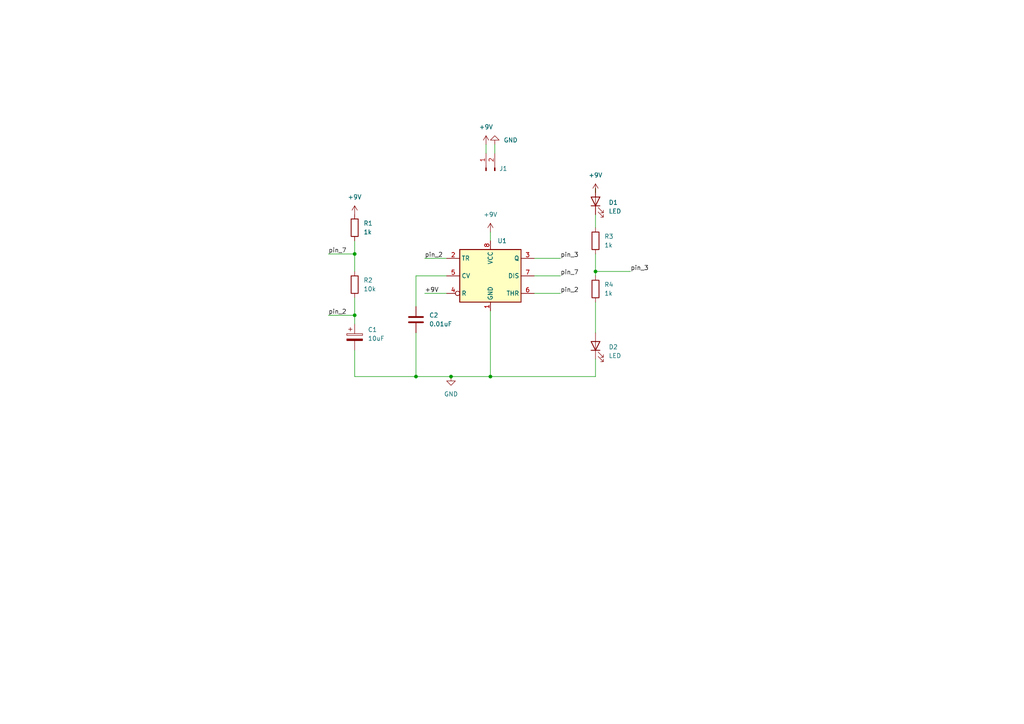
<source format=kicad_sch>
(kicad_sch (version 20211123) (generator eeschema)
  (paper "A4")
  (lib_symbols
    (symbol "Connector:Conn_01x02_Male" (pin_names (offset 1.016) hide)
      (property "Reference" "J" (at 0 2.54 0))
      (property "Value" "Conn_01x02_Male" (at 0 -5.08 0))
      (symbol "Conn_01x02_Male_1_1"
        (polyline (pts (xy 1.27 -2.54) (xy 0.8636 -2.54)) (stroke (width 0.1524)))
        (polyline (pts (xy 1.27 0) (xy 0.8636 0)) (stroke (width 0.1524)))
        (rectangle (start 0.8636 -2.413) (end 0 -2.667) (stroke (width 0.1524)) (fill (type outline)))
        (rectangle (start 0.8636 0.127) (end 0 -0.127) (stroke (width 0.1524)) (fill (type outline)))
        (pin passive line (at 5.08 0 180) (length 3.81) (name "Pin_1") (number "1"))
        (pin passive line (at 5.08 -2.54 180) (length 3.81) (name "Pin_2") (number "2"))
      )
    )
    (symbol "Device:C" (pin_numbers hide) (pin_names (offset 0.254))
      (property "Reference" "C" (at 0.635 2.54 0))
      (property "Value" "C" (at 0.635 -2.54 0))
      (symbol "C_0_1"
        (polyline (pts (xy -2.032 -0.762) (xy 2.032 -0.762)) (stroke (width 0.508)))
        (polyline (pts (xy -2.032 0.762) (xy 2.032 0.762)) (stroke (width 0.508)))
      )
      (symbol "C_1_1"
        (pin passive line (at 0 3.81 270) (length 2.794) (name "~") (number "1"))
        (pin passive line (at 0 -3.81 90) (length 2.794) (name "~") (number "2"))
      )
    )
    (symbol "Device:C_Polarized" (pin_numbers hide) (pin_names (offset 0.254))
      (property "Reference" "C" (at 0.635 2.54 0))
      (property "Value" "C_Polarized" (at 0.635 -2.54 0))
      (symbol "C_Polarized_0_1"
        (rectangle (start -2.286 0.508) (end 2.286 1.016))
        (polyline (pts (xy -1.778 2.286) (xy -0.762 2.286)))
        (polyline (pts (xy -1.27 2.794) (xy -1.27 1.778)))
        (rectangle (start 2.286 -0.508) (end -2.286 -1.016) (fill (type outline)))
      )
      (symbol "C_Polarized_1_1"
        (pin passive line (at 0 3.81 270) (length 2.794) (name "~") (number "1"))
        (pin passive line (at 0 -3.81 90) (length 2.794) (name "~") (number "2"))
      )
    )
    (symbol "Device:LED" (pin_numbers hide) (pin_names (offset 1.016) hide)
      (property "Reference" "D" (at 0 2.54 0))
      (property "Value" "LED" (at 0 -2.54 0))
      (symbol "LED_0_1"
        (polyline (pts (xy -1.27 -1.27) (xy -1.27 1.27)) (stroke (width 0.254)))
        (polyline (pts (xy -1.27 0) (xy 1.27 0)))
        (polyline (pts (xy 1.27 -1.27) (xy 1.27 1.27) (xy -1.27 0) (xy 1.27 -1.27)) (stroke (width 0.254)))
        (polyline (pts (xy -3.048 -0.762) (xy -4.572 -2.286) (xy -3.81 -2.286) (xy -4.572 -2.286) (xy -4.572 -1.524)))
        (polyline (pts (xy -1.778 -0.762) (xy -3.302 -2.286) (xy -2.54 -2.286) (xy -3.302 -2.286) (xy -3.302 -1.524)))
      )
      (symbol "LED_1_1"
        (pin passive line (at -3.81 0 0) (length 2.54) (name "K") (number "1"))
        (pin passive line (at 3.81 0 180) (length 2.54) (name "A") (number "2"))
      )
    )
    (symbol "Device:R" (pin_numbers hide) (pin_names (offset 0))
      (property "Reference" "R" (at 2.032 0 90))
      (property "Value" "R" (at 0 0 90))
      (symbol "R_0_1"
        (rectangle (start -1.016 -2.54) (end 1.016 2.54) (stroke (width 0.254)))
      )
      (symbol "R_1_1"
        (pin passive line (at 0 3.81 270) (length 1.27) (name "~") (number "1"))
        (pin passive line (at 0 -3.81 90) (length 1.27) (name "~") (number "2"))
      )
    )
    (symbol "Timer:NE555D"
      (property "Reference" "U" (at -10.16 8.89 0))
      (property "Value" "NE555D" (at 2.54 8.89 0))
      (symbol "NE555D_0_0"
        (pin power_in line (at 0 -10.16 90) (length 2.54) (name "GND") (number "1"))
        (pin power_in line (at 0 10.16 270) (length 2.54) (name "VCC") (number "8"))
      )
      (symbol "NE555D_0_1"
        (rectangle (start -8.89 -7.62) (end 8.89 7.62) (stroke (width 0.254)) (fill (type background)))
        (rectangle (start -8.89 -7.62) (end 8.89 7.62) (stroke (width 0.254)) (fill (type background)))
      )
      (symbol "NE555D_1_1"
        (pin input line (at -12.7 5.08 0) (length 3.81) (name "TR") (number "2"))
        (pin output line (at 12.7 5.08 180) (length 3.81) (name "Q") (number "3"))
        (pin input inverted (at -12.7 -5.08 0) (length 3.81) (name "R") (number "4"))
        (pin input line (at -12.7 0 0) (length 3.81) (name "CV") (number "5"))
        (pin input line (at 12.7 -5.08 180) (length 3.81) (name "THR") (number "6"))
        (pin input line (at 12.7 0 180) (length 3.81) (name "DIS") (number "7"))
      )
    )
    (symbol "power:+9V" (power) (pin_names (offset 0))
      (property "Value" "+9V" (at 0 3.556 0))
      (symbol "+9V_0_1"
        (polyline (pts (xy -0.762 1.27) (xy 0 2.54)))
        (polyline (pts (xy 0 0) (xy 0 2.54)))
        (polyline (pts (xy 0 2.54) (xy 0.762 1.27)))
      )
      (symbol "+9V_1_1"
        (pin power_in line (at 0 0 90) (length 0) hide (name "+9V") (number "1"))
      )
    )
    (symbol "power:GND" (power) (pin_names (offset 0))
      (property "Value" "GND" (at 0 -3.81 0))
      (symbol "GND_0_1"
        (polyline (pts (xy 0 0) (xy 0 -1.27) (xy 1.27 -1.27) (xy 0 -2.54) (xy -1.27 -1.27) (xy 0 -1.27)))
      )
      (symbol "GND_1_1"
        (pin power_in line (at 0 0 270) (length 0) hide (name "GND") (number "1"))
      )
    )
  )
  (junction (at 102.87 91.44))
  (junction (at 130.81 109.22))
  (junction (at 172.72 78.74))
  (junction (at 142.24 109.22))
  (junction (at 120.65 109.22))
  (junction (at 102.87 73.66))
  (wire (pts (xy 120.65 80.01) (xy 120.65 88.9)))
  (wire (pts (xy 142.24 90.17) (xy 142.24 109.22)))
  (wire (pts (xy 154.94 74.93) (xy 162.56 74.93)))
  (wire (pts (xy 120.65 109.22) (xy 130.81 109.22)))
  (wire (pts (xy 95.25 73.66) (xy 102.87 73.66)))
  (wire (pts (xy 102.87 109.22) (xy 120.65 109.22)))
  (wire (pts (xy 172.72 78.74) (xy 182.88 78.74)))
  (wire (pts (xy 102.87 91.44) (xy 102.87 93.98)))
  (wire (pts (xy 130.81 109.22) (xy 142.24 109.22)))
  (wire (pts (xy 123.19 74.93) (xy 129.54 74.93)))
  (wire (pts (xy 143.51 41.91) (xy 143.51 44.45)))
  (wire (pts (xy 172.72 54.61) (xy 172.72 55.88)))
  (wire (pts (xy 95.25 91.44) (xy 102.87 91.44)))
  (wire (pts (xy 142.24 109.22) (xy 172.72 109.22)))
  (wire (pts (xy 102.87 86.36) (xy 102.87 91.44)))
  (wire (pts (xy 154.94 85.09) (xy 162.56 85.09)))
  (wire (pts (xy 129.54 80.01) (xy 120.65 80.01)))
  (wire (pts (xy 120.65 96.52) (xy 120.65 109.22)))
  (wire (pts (xy 172.72 73.66) (xy 172.72 78.74)))
  (wire (pts (xy 102.87 101.6) (xy 102.87 109.22)))
  (wire (pts (xy 102.87 69.85) (xy 102.87 73.66)))
  (wire (pts (xy 172.72 62.23) (xy 172.72 66.04)))
  (wire (pts (xy 172.72 109.22) (xy 172.72 104.14)))
  (wire (pts (xy 142.24 67.31) (xy 142.24 69.85)))
  (wire (pts (xy 123.19 85.09) (xy 129.54 85.09)))
  (wire (pts (xy 140.97 41.91) (xy 140.97 44.45)))
  (wire (pts (xy 154.94 80.01) (xy 162.56 80.01)))
  (wire (pts (xy 102.87 73.66) (xy 102.87 78.74)))
  (wire (pts (xy 172.72 78.74) (xy 172.72 80.01)))
  (wire (pts (xy 172.72 87.63) (xy 172.72 96.52)))
  (label "pin_3" (at 162.56 74.93 0))
  (label "+9V" (at 123.19 85.09 0))
  (label "pin_2" (at 95.25 91.44 0))
  (label "pin_7" (at 162.56 80.01 0))
  (label "pin_7" (at 95.25 73.66 0))
  (label "pin_2" (at 162.56 85.09 0))
  (label "pin_3" (at 182.88 78.74 0))
  (label "pin_2" (at 123.19 74.93 0))
  (symbol (lib_id "power:+9V") (at 142.24 67.31 0) (unit 1)
    (property "Reference" "#PWR05" (effects hide))
    (property "Value" "+9V" (at 142.24 62.23 0))
  )
  (symbol (lib_id "Device:C") (at 120.65 92.71 0) (unit 1)
    (property "Reference" "C2" (at 124.46 91.4399 0) (effects (justify left)))
    (property "Value" "0.01uF" (at 124.46 93.9799 0) (effects (justify left)))
    (property "Footprint" "C_0805_2012Metric_Pad1.18x1.45mm_HandSolder" (effects hide))
  )
  (symbol (lib_id "power:+9V") (at 102.87 62.23 0) (unit 1)
    (property "Reference" "#PWR04" (effects hide))
    (property "Value" "+9V" (at 102.87 57.15 0))
  )
  (symbol (lib_id "Timer:NE555D") (at 142.24 80.01 0) (unit 1)
    (property "Reference" "U1" (at 144.2594 69.85 0) (effects (justify left)))
    (property "Value" "NE555D" (effects hide))
    (property "Footprint" "SOIC-8-1EP_3.9x4.9mm_P1.27mm_EP2.29x3mm" (effects hide))
    (property "Datasheet" "http://www.ti.com/lit/ds/symlink/ne555.pdf" (effects hide))
  )
  (symbol (lib_id "Device:R") (at 102.87 82.55 0) (unit 1)
    (property "Reference" "R2" (at 105.41 81.2799 0) (effects (justify left)))
    (property "Value" "10k" (at 105.41 83.8199 0) (effects (justify left)))
    (property "Footprint" "R_0805_2012Metric_Pad1.20x1.40mm_HandSolder" (effects hide))
  )
  (symbol (lib_id "power:GND") (at 130.81 109.22 0) (unit 1)
    (property "Reference" "#PWR06" (effects hide))
    (property "Value" "GND" (at 130.81 114.3 0))
  )
  (symbol (lib_id "Device:R") (at 172.72 69.85 0) (unit 1)
    (property "Reference" "R3" (at 175.26 68.5799 0) (effects (justify left)))
    (property "Value" "1k" (at 175.26 71.1199 0) (effects (justify left)))
    (property "Footprint" "R_0805_2012Metric_Pad1.20x1.40mm_HandSolder" (effects hide))
  )
  (symbol (lib_id "power:+9V") (at 140.97 41.91 0) (unit 1)
    (property "Reference" "#PWR01" (effects hide))
    (property "Value" "+9V" (at 140.97 36.83 0))
  )
  (symbol (lib_id "Device:LED") (at 172.72 100.33 90) (unit 1)
    (property "Reference" "D2" (at 176.53 100.6474 90) (effects (justify right)))
    (property "Value" "LED" (at 176.53 103.1874 90) (effects (justify right)))
    (property "Footprint" "LED_1206_3216Metric_Pad1.42x1.75mm_HandSolder" (effects hide))
  )
  (symbol (lib_id "power:GND") (at 143.51 41.91 180) (unit 1)
    (property "Reference" "#PWR02" (effects hide))
    (property "Value" "GND" (at 146.05 40.6399 0) (effects (justify right)))
  )
  (symbol (lib_id "Device:R") (at 172.72 83.82 0) (unit 1)
    (property "Reference" "R4" (at 175.26 82.5499 0) (effects (justify left)))
    (property "Value" "1k" (at 175.26 85.0899 0) (effects (justify left)))
    (property "Footprint" "R_0805_2012Metric_Pad1.20x1.40mm_HandSolder" (effects hide))
  )
  (symbol (lib_id "Device:R") (at 102.87 66.04 0) (unit 1)
    (property "Reference" "R1" (at 105.41 64.7699 0) (effects (justify left)))
    (property "Value" "1k" (at 105.41 67.3099 0) (effects (justify left)))
    (property "Footprint" "R_0805_2012Metric_Pad1.20x1.40mm_HandSolder" (effects hide))
  )
  (symbol (lib_id "Device:C_Polarized") (at 102.87 97.79 0) (unit 1)
    (property "Reference" "C1" (at 106.68 95.6309 0) (effects (justify left)))
    (property "Value" "10uF" (at 106.68 98.1709 0) (effects (justify left)))
    (property "Footprint" "CP_EIA-3216-18_Kemet-A_Pad1.58x1.35mm_HandSolder" (effects hide))
  )
  (symbol (lib_id "Device:LED") (at 172.72 58.42 90) (unit 1)
    (property "Reference" "D1" (at 176.53 58.7374 90) (effects (justify right)))
    (property "Value" "LED" (at 176.53 61.2774 90) (effects (justify right)))
    (property "Footprint" "LED_1206_3216Metric_Pad1.42x1.75mm_HandSolder" (effects hide))
  )
  (symbol (lib_id "power:+9V") (at 172.72 55.88 0) (unit 1)
    (property "Reference" "#PWR03" (effects hide))
    (property "Value" "+9V" (at 172.72 50.8 0))
  )
  (symbol (lib_id "Connector:Conn_01x02_Male") (at 140.97 49.53 90) (unit 1)
    (property "Reference" "J1" (at 144.78 48.8949 90) (effects (justify right)))
    (property "Value" "Conn_01x02_Male" (effects hide))
    (property "Footprint" "TerminalBlock_bornier-2_P5.08mm" (effects hide))
  )
)
</source>
